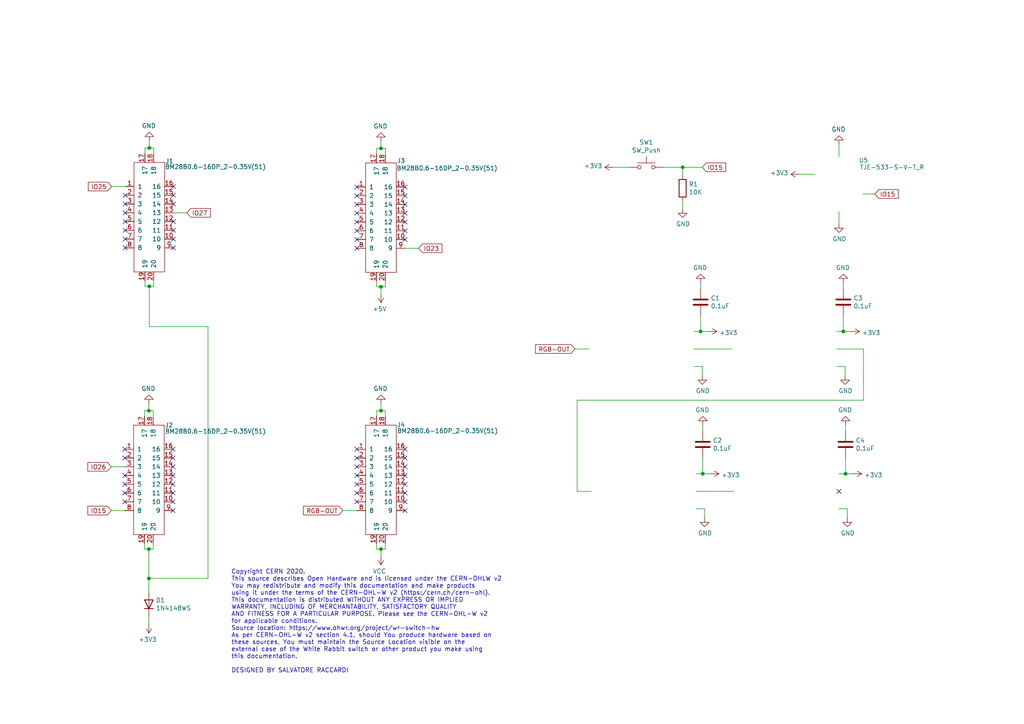
<source format=kicad_sch>
(kicad_sch (version 20211123) (generator eeschema)
  (paper "A4")
  (title_block (title "M1 BTN for OBJEX Link") (date "2021-05-17") (rev "1.5") (company "OBJEX") (comment 1 "Designer: Salvatore Raccardi"))
  (lib_symbols
    (symbol "Device:C" (pin_numbers hide) (pin_names (offset 0.254))
      (property "Reference" "C" (at 0.635 2.54 0))
      (property "Value" "C" (at 0.635 -2.54 0))
      (symbol "C_0_1"
        (polyline (pts (xy -2.032 -0.762) (xy 2.032 -0.762)) (stroke (width 0.508)))
        (polyline (pts (xy -2.032 0.762) (xy 2.032 0.762)) (stroke (width 0.508)))
      )
      (symbol "C_1_1"
        (pin passive line (at 0 3.81 270) (length 2.794) (name "~") (number "1"))
        (pin passive line (at 0 -3.81 90) (length 2.794) (name "~") (number "2"))
      )
    )
    (symbol "Device:D" (pin_numbers hide) (pin_names (offset 1.016) hide)
      (property "Reference" "D" (at 0 2.54 0))
      (property "Value" "D" (at 0 -2.54 0))
      (symbol "D_0_1"
        (polyline (pts (xy -1.27 1.27) (xy -1.27 -1.27)) (stroke (width 0.254)))
        (polyline (pts (xy 1.27 0) (xy -1.27 0)))
        (polyline (pts (xy 1.27 1.27) (xy 1.27 -1.27) (xy -1.27 0) (xy 1.27 1.27)) (stroke (width 0.254)))
      )
      (symbol "D_1_1"
        (pin passive line (at -3.81 0 0) (length 2.54) (name "K") (number "1"))
        (pin passive line (at 3.81 0 180) (length 2.54) (name "A") (number "2"))
      )
    )
    (symbol "Device:R" (pin_numbers hide) (pin_names (offset 0))
      (property "Reference" "R" (at 2.032 0 90))
      (property "Value" "R" (at 0 0 90))
      (symbol "R_0_1"
        (rectangle (start -1.016 -2.54) (end 1.016 2.54) (stroke (width 0.254)))
      )
      (symbol "R_1_1"
        (pin passive line (at 0 3.81 270) (length 1.27) (name "~") (number "1"))
        (pin passive line (at 0 -3.81 90) (length 1.27) (name "~") (number "2"))
      )
    )
    (symbol "HiroseConnectors:BM28B0.6-16DP_2-0.35V(51)" (pin_names (offset 1.016))
      (property "Reference" "J" (at 0 0 0))
      (property "Value" "HiroseConnectors_BM28B0.6-16DP_2-0.35V(51)" (at 0 0 0))
      (symbol "BM28B0.6-16DP_2-0.35V(51)_0_1"
        (rectangle (start -3.81 -12.7) (end 5.08 -44.45))
      )
      (symbol "BM28B0.6-16DP_2-0.35V(51)_1_1"
        (pin bidirectional line (at -6.35 -19.685 0) (length 2.54) (name "1") (number "1"))
        (pin bidirectional line (at 7.62 -34.925 180) (length 2.54) (name "10") (number "10"))
        (pin bidirectional line (at 7.62 -32.385 180) (length 2.54) (name "11") (number "11"))
        (pin bidirectional line (at 7.62 -29.845 180) (length 2.54) (name "12") (number "12"))
        (pin bidirectional line (at 7.62 -27.305 180) (length 2.54) (name "13") (number "13"))
        (pin bidirectional line (at 7.62 -24.765 180) (length 2.54) (name "14") (number "14"))
        (pin bidirectional line (at 7.62 -22.225 180) (length 2.54) (name "15") (number "15"))
        (pin bidirectional line (at 7.62 -19.685 180) (length 2.54) (name "16") (number "16"))
        (pin bidirectional line (at -0.635 -10.16 270) (length 2.54) (name "17") (number "17"))
        (pin bidirectional line (at 1.905 -10.16 270) (length 2.54) (name "18") (number "18"))
        (pin bidirectional line (at -0.635 -46.99 90) (length 2.54) (name "19") (number "19"))
        (pin bidirectional line (at -6.35 -22.225 0) (length 2.54) (name "2") (number "2"))
        (pin bidirectional line (at 1.905 -46.99 90) (length 2.54) (name "20") (number "20"))
        (pin bidirectional line (at -6.35 -24.765 0) (length 2.54) (name "3") (number "3"))
        (pin bidirectional line (at -6.35 -27.305 0) (length 2.54) (name "4") (number "4"))
        (pin bidirectional line (at -6.35 -29.845 0) (length 2.54) (name "5") (number "5"))
        (pin bidirectional line (at -6.35 -32.385 0) (length 2.54) (name "6") (number "6"))
        (pin bidirectional line (at -6.35 -34.925 0) (length 2.54) (name "7") (number "7"))
        (pin bidirectional line (at -6.35 -37.465 0) (length 2.54) (name "8") (number "8"))
        (pin bidirectional line (at 7.62 -37.465 180) (length 2.54) (name "9") (number "9"))
      )
    )
    (symbol "Switch:SW_Push" (pin_numbers hide) (pin_names (offset 1.016) hide)
      (property "Reference" "SW" (at 1.27 2.54 0))
      (property "Value" "SW_Push" (at 0 -1.524 0))
      (symbol "SW_Push_0_1"
        (circle (center -2.032 0) (radius 0.508))
        (polyline (pts (xy 0 1.27) (xy 0 3.048)))
        (polyline (pts (xy 2.54 1.27) (xy -2.54 1.27)))
        (circle (center 2.032 0) (radius 0.508))
        (pin passive line (at -5.08 0 0) (length 2.54) (name "1") (number "1"))
        (pin passive line (at 5.08 0 180) (length 2.54) (name "2") (number "2"))
      )
    )
    (symbol "power:+3V3" (power) (pin_names (offset 0))
      (property "Value" "+3V3" (at 0 3.556 0))
      (symbol "+3V3_0_1"
        (polyline (pts (xy -0.762 1.27) (xy 0 2.54)))
        (polyline (pts (xy 0 0) (xy 0 2.54)))
        (polyline (pts (xy 0 2.54) (xy 0.762 1.27)))
      )
      (symbol "+3V3_1_1"
        (pin power_in line (at 0 0 90) (length 0) hide (name "+3V3") (number "1"))
      )
    )
    (symbol "power:+5V" (power) (pin_names (offset 0))
      (property "Value" "+5V" (at 0 3.556 0))
      (symbol "+5V_0_1"
        (polyline (pts (xy -0.762 1.27) (xy 0 2.54)))
        (polyline (pts (xy 0 0) (xy 0 2.54)))
        (polyline (pts (xy 0 2.54) (xy 0.762 1.27)))
      )
      (symbol "+5V_1_1"
        (pin power_in line (at 0 0 90) (length 0) hide (name "+5V") (number "1"))
      )
    )
    (symbol "power:GND" (power) (pin_names (offset 0))
      (property "Value" "GND" (at 0 -3.81 0))
      (symbol "GND_0_1"
        (polyline (pts (xy 0 0) (xy 0 -1.27) (xy 1.27 -1.27) (xy 0 -2.54) (xy -1.27 -1.27) (xy 0 -1.27)))
      )
      (symbol "GND_1_1"
        (pin power_in line (at 0 0 270) (length 0) hide (name "GND") (number "1"))
      )
    )
    (symbol "power:VCC" (power) (pin_names (offset 0))
      (property "Value" "VCC" (at 0 3.81 0))
      (symbol "VCC_0_1"
        (polyline (pts (xy -0.762 1.27) (xy 0 2.54)))
        (polyline (pts (xy 0 0) (xy 0 2.54)))
        (polyline (pts (xy 0 2.54) (xy 0.762 1.27)))
      )
      (symbol "VCC_1_1"
        (pin power_in line (at 0 0 90) (length 0) hide (name "VCC") (number "1"))
      )
    )
  )
  (junction (at 43.307 42.926))
  (junction (at 110.49 119.126))
  (junction (at 43.18 159.258))
  (junction (at 203.835 137.414))
  (junction (at 110.49 159.258))
  (junction (at 43.307 83.058))
  (junction (at 203.2 96.139))
  (junction (at 110.49 83.185))
  (junction (at 197.993 48.514))
  (junction (at 43.18 167.767))
  (junction (at 43.18 119.126))
  (junction (at 244.602 96.139))
  (junction (at 110.49 43.053))
  (junction (at 245.237 137.414))
  (no_connect (at 36.322 66.802))
  (no_connect (at 117.475 135.382))
  (no_connect (at 36.322 56.642))
  (no_connect (at 103.505 135.382))
  (no_connect (at 117.475 61.849))
  (no_connect (at 117.475 137.922))
  (no_connect (at 103.505 143.002))
  (no_connect (at 50.292 71.882))
  (no_connect (at 103.505 132.842))
  (no_connect (at 36.322 69.342))
  (no_connect (at 36.195 130.302))
  (no_connect (at 117.475 59.309))
  (no_connect (at 36.195 140.462))
  (no_connect (at 103.505 137.922))
  (no_connect (at 117.475 143.002))
  (no_connect (at 103.505 130.302))
  (no_connect (at 117.475 56.769))
  (no_connect (at 50.165 135.382))
  (no_connect (at 50.292 59.182))
  (no_connect (at 36.195 143.002))
  (no_connect (at 117.475 64.389))
  (no_connect (at 103.505 66.929))
  (no_connect (at 36.195 145.542))
  (no_connect (at 36.322 61.722))
  (no_connect (at 50.165 145.542))
  (no_connect (at 103.505 59.309))
  (no_connect (at 117.475 145.542))
  (no_connect (at 50.292 56.642))
  (no_connect (at 50.292 54.102))
  (no_connect (at 117.475 66.929))
  (no_connect (at 36.195 132.842))
  (no_connect (at 103.505 64.389))
  (no_connect (at 50.165 140.462))
  (no_connect (at 50.165 143.002))
  (no_connect (at 36.195 137.922))
  (no_connect (at 243.332 142.494))
  (no_connect (at 103.505 72.009))
  (no_connect (at 117.475 54.229))
  (no_connect (at 103.505 69.469))
  (no_connect (at 103.505 140.462))
  (no_connect (at 103.505 145.542))
  (no_connect (at 103.505 54.229))
  (no_connect (at 36.322 64.262))
  (no_connect (at 103.505 61.849))
  (no_connect (at 50.165 148.082))
  (no_connect (at 36.322 59.182))
  (no_connect (at 50.165 130.302))
  (no_connect (at 117.475 69.469))
  (no_connect (at 117.475 130.302))
  (no_connect (at 117.475 148.082))
  (no_connect (at 50.165 132.842))
  (no_connect (at 103.505 56.769))
  (no_connect (at 117.475 132.842))
  (no_connect (at 117.475 140.462))
  (no_connect (at 50.292 64.262))
  (no_connect (at 50.165 137.922))
  (no_connect (at 50.292 66.802))
  (no_connect (at 36.322 71.882))
  (no_connect (at 50.292 69.342))
  (wire (pts (xy 245.11 106.299) (xy 245.11 108.966)))
  (wire (pts (xy 60.325 94.742) (xy 60.325 167.767)))
  (wire (pts (xy 44.577 42.926) (xy 44.577 44.577)))
  (wire (pts (xy 242.697 101.219) (xy 250.444 101.219)))
  (wire (pts (xy 201.93 147.574) (xy 204.343 147.574)))
  (wire (pts (xy 203.2 96.139) (xy 203.2 91.44)))
  (wire (pts (xy 44.45 157.607) (xy 44.45 159.258)))
  (wire (pts (xy 44.577 83.058) (xy 43.307 83.058)))
  (wire (pts (xy 121.412 72.009) (xy 117.475 72.009)))
  (wire (pts (xy 43.307 42.926) (xy 43.307 40.894)))
  (wire (pts (xy 242.697 96.139) (xy 244.602 96.139)))
  (wire (pts (xy 36.195 135.382) (xy 32.258 135.382)))
  (wire (pts (xy 167.386 116.078) (xy 167.386 142.494)))
  (wire (pts (xy 111.76 119.126) (xy 111.76 120.777)))
  (wire (pts (xy 245.745 147.574) (xy 245.745 150.241)))
  (wire (pts (xy 109.22 120.777) (xy 109.22 119.126)))
  (wire (pts (xy 245.237 125.095) (xy 245.237 123.317)))
  (wire (pts (xy 243.332 147.574) (xy 245.745 147.574)))
  (wire (pts (xy 201.295 106.299) (xy 203.708 106.299)))
  (wire (pts (xy 43.18 119.126) (xy 44.45 119.126)))
  (wire (pts (xy 242.697 106.299) (xy 245.11 106.299)))
  (wire (pts (xy 109.22 159.258) (xy 109.22 157.607)))
  (wire (pts (xy 42.037 42.926) (xy 43.307 42.926)))
  (wire (pts (xy 192.532 48.514) (xy 197.993 48.514)))
  (wire (pts (xy 43.307 83.058) (xy 43.307 94.742)))
  (wire (pts (xy 43.18 119.126) (xy 43.18 117.094)))
  (wire (pts (xy 203.835 125.095) (xy 203.835 123.317)))
  (wire (pts (xy 43.18 159.258) (xy 43.18 167.767)))
  (wire (pts (xy 110.49 43.053) (xy 111.76 43.053)))
  (wire (pts (xy 109.22 119.126) (xy 110.49 119.126)))
  (wire (pts (xy 170.815 101.219) (xy 166.751 101.219)))
  (wire (pts (xy 111.76 83.185) (xy 110.49 83.185)))
  (wire (pts (xy 201.295 101.219) (xy 212.217 101.219)))
  (wire (pts (xy 109.22 43.053) (xy 110.49 43.053)))
  (wire (pts (xy 110.49 83.185) (xy 109.22 83.185)))
  (wire (pts (xy 203.2 83.82) (xy 203.2 82.042)))
  (wire (pts (xy 111.76 157.607) (xy 111.76 159.258)))
  (wire (pts (xy 109.22 44.704) (xy 109.22 43.053)))
  (wire (pts (xy 203.835 137.414) (xy 205.994 137.414)))
  (wire (pts (xy 60.325 167.767) (xy 43.18 167.767)))
  (wire (pts (xy 243.332 61.341) (xy 243.332 64.897)))
  (wire (pts (xy 245.237 137.414) (xy 245.237 132.715)))
  (wire (pts (xy 201.93 137.414) (xy 203.835 137.414)))
  (wire (pts (xy 41.91 159.258) (xy 41.91 157.607)))
  (wire (pts (xy 103.505 148.082) (xy 99.441 148.082)))
  (wire (pts (xy 42.037 44.577) (xy 42.037 42.926)))
  (wire (pts (xy 171.45 142.494) (xy 167.386 142.494)))
  (wire (pts (xy 44.577 81.407) (xy 44.577 83.058)))
  (wire (pts (xy 204.343 147.574) (xy 204.343 150.241)))
  (wire (pts (xy 250.317 56.261) (xy 253.746 56.261)))
  (wire (pts (xy 42.037 83.058) (xy 42.037 81.407)))
  (wire (pts (xy 244.602 96.139) (xy 246.761 96.139)))
  (wire (pts (xy 36.322 54.102) (xy 32.385 54.102)))
  (wire (pts (xy 43.307 94.742) (xy 60.325 94.742)))
  (wire (pts (xy 111.76 43.053) (xy 111.76 44.704)))
  (wire (pts (xy 41.91 119.126) (xy 43.18 119.126)))
  (wire (pts (xy 44.45 119.126) (xy 44.45 120.777)))
  (wire (pts (xy 110.49 119.126) (xy 110.49 117.094)))
  (wire (pts (xy 197.993 48.514) (xy 197.993 50.8)))
  (wire (pts (xy 43.18 179.07) (xy 43.18 181.102)))
  (wire (pts (xy 110.49 119.126) (xy 111.76 119.126)))
  (wire (pts (xy 203.835 137.414) (xy 203.835 132.715)))
  (wire (pts (xy 201.93 142.494) (xy 212.852 142.494)))
  (wire (pts (xy 243.332 45.466) (xy 243.332 41.91)))
  (wire (pts (xy 243.332 137.414) (xy 245.237 137.414)))
  (wire (pts (xy 44.45 159.258) (xy 43.18 159.258)))
  (wire (pts (xy 244.602 96.139) (xy 244.602 91.44)))
  (wire (pts (xy 250.444 116.078) (xy 167.386 116.078)))
  (wire (pts (xy 250.444 101.219) (xy 250.444 116.078)))
  (wire (pts (xy 110.49 43.053) (xy 110.49 41.021)))
  (wire (pts (xy 236.347 50.546) (xy 231.902 50.546)))
  (wire (pts (xy 244.602 83.82) (xy 244.602 82.042)))
  (wire (pts (xy 245.237 137.414) (xy 247.396 137.414)))
  (wire (pts (xy 203.2 96.139) (xy 205.359 96.139)))
  (wire (pts (xy 201.295 96.139) (xy 203.2 96.139)))
  (wire (pts (xy 41.91 120.777) (xy 41.91 119.126)))
  (wire (pts (xy 36.195 148.082) (xy 32.258 148.082)))
  (wire (pts (xy 182.372 48.514) (xy 177.927 48.514)))
  (wire (pts (xy 43.18 159.258) (xy 41.91 159.258)))
  (wire (pts (xy 43.307 42.926) (xy 44.577 42.926)))
  (wire (pts (xy 110.49 83.185) (xy 110.49 85.217)))
  (wire (pts (xy 111.76 159.258) (xy 110.49 159.258)))
  (wire (pts (xy 109.22 83.185) (xy 109.22 81.534)))
  (wire (pts (xy 43.307 83.058) (xy 42.037 83.058)))
  (wire (pts (xy 110.49 159.258) (xy 109.22 159.258)))
  (wire (pts (xy 203.708 106.299) (xy 203.708 108.966)))
  (wire (pts (xy 43.18 167.767) (xy 43.18 171.45)))
  (wire (pts (xy 110.49 159.258) (xy 110.49 161.29)))
  (wire (pts (xy 111.76 81.534) (xy 111.76 83.185)))
  (wire (pts (xy 197.993 58.42) (xy 197.993 60.579)))
  (wire (pts (xy 197.993 48.514) (xy 203.708 48.514)))
  (wire (pts (xy 54.229 61.722) (xy 50.292 61.722)))
  (text "Copyright CERN 2020.\nThis source describes Open Hardware and is licensed under the CERN-OHLW v2\nYou may redistribute and modify this documentation and make products\nusing it under the terms of the CERN-OHL-W v2 (https:/cern.ch/cern-ohl).\nThis documentation is distributed WITHOUT ANY EXPRESS OR IMPLIED\nWARRANTY, INCLUDING OF MERCHANTABILITY, SATISFACTORY QUALITY\nAND FITNESS FOR A PARTICULAR PURPOSE. Please see the CERN-OHL-W v2\nfor applicable conditions.\nSource location: https://www.ohwr.org/project/wr-switch-hw\nAs per CERN-OHL-W v2 section 4.1, should You produce hardware based on\nthese sources, You must maintain the Source Location visible on the\nexternal case of the White Rabbit switch or other product you make using\nthis documentation.\n\nDESIGNED BY SALVATORE RACCARDI" (at 67.056 195.326 0) (effects (font (size 1.27 1.27)) (justify left bottom)))
  (global_label "IO15" (shape input) (at 32.258 148.082 180) (property "Intersheet References" "${INTERSHEET_REFS}" (effects hide)))
  (global_label "IO27" (shape input) (at 54.229 61.722 0) (property "Intersheet References" "${INTERSHEET_REFS}" (effects hide)))
  (global_label "IO25" (shape input) (at 32.385 54.102 180) (property "Intersheet References" "${INTERSHEET_REFS}" (effects hide)))
  (global_label "IO15" (shape input) (at 203.708 48.514 0) (property "Intersheet References" "${INTERSHEET_REFS}" (effects hide)))
  (global_label "IO26" (shape input) (at 32.258 135.382 180) (property "Intersheet References" "${INTERSHEET_REFS}" (effects hide)))
  (global_label "RGB-OUT" (shape input) (at 166.751 101.219 180) (property "Intersheet References" "${INTERSHEET_REFS}" (effects hide)))
  (global_label "IO23" (shape input) (at 121.412 72.009 0) (property "Intersheet References" "${INTERSHEET_REFS}" (effects hide)))
  (global_label "IO15" (shape input) (at 253.746 56.261 0) (property "Intersheet References" "${INTERSHEET_REFS}" (effects hide)))
  (global_label "RGB-OUT" (shape input) (at 99.441 148.082 180) (property "Intersheet References" "${INTERSHEET_REFS}" (effects hide)))
  (symbol (lib_id "HiroseConnectors:BM28B0.6-16DP_2-0.35V(51)") (at 42.672 34.417 0) (unit 1)
    (property "Reference" "J1" (at 49.149 46.736 0))
    (property "Value" "BM28B0.6-16DP_2-0.35V(51)" (at 62.484 48.387 0))
    (property "Footprint" "Connector_Hirose:BM28B0.6-16DP-2-0.35V(51)" (effects hide))
  )
  (symbol (lib_id "HiroseConnectors:BM28B0.6-16DP_2-0.35V(51)") (at 109.855 34.544 0) (unit 1)
    (property "Reference" "J3" (at 116.332 46.609 0))
    (property "Value" "BM28B0.6-16DP_2-0.35V(51)" (at 129.667 48.768 0))
    (property "Footprint" "Connector_Hirose:BM28B0.6-16DP-2-0.35V(51)" (effects hide))
  )
  (symbol (lib_id "HiroseConnectors:BM28B0.6-16DP_2-0.35V(51)") (at 42.545 110.617 0) (unit 1)
    (property "Reference" "J2" (at 49.022 123.317 0))
    (property "Value" "BM28B0.6-16DP_2-0.35V(51)" (at 62.484 125.095 0))
    (property "Footprint" "Connector_Hirose:BM28B0.6-16DP-2-0.35V(51)" (effects hide))
  )
  (symbol (lib_id "HiroseConnectors:BM28B0.6-16DP_2-0.35V(51)") (at 109.855 110.617 0) (unit 1)
    (property "Reference" "J4" (at 116.332 123.19 0))
    (property "Value" "BM28B0.6-16DP_2-0.35V(51)" (at 129.794 124.968 0))
    (property "Footprint" "Connector_Hirose:BM28B0.6-16DP-2-0.35V(51)" (effects hide))
  )
  (symbol (lib_id "power:GND") (at 43.307 40.894 180) (unit 1)
    (property "Reference" "#PWR0101" (effects hide))
    (property "Value" "GND" (at 43.18 36.4998 0))
  )
  (symbol (lib_id "power:GND") (at 43.18 117.094 180) (unit 1)
    (property "Reference" "#PWR0103" (effects hide))
    (property "Value" "GND" (at 43.053 112.6998 0))
  )
  (symbol (lib_id "power:+3V3") (at 43.18 181.102 180) (unit 1)
    (property "Reference" "#PWR0104" (effects hide))
    (property "Value" "+3V3" (at 42.799 185.4962 0))
  )
  (symbol (lib_id "power:GND") (at 110.49 117.094 180) (unit 1)
    (property "Reference" "#PWR0105" (effects hide))
    (property "Value" "GND" (at 110.363 112.6998 0))
  )
  (symbol (lib_id "power:GND") (at 110.49 41.021 180) (unit 1)
    (property "Reference" "#PWR0106" (effects hide))
    (property "Value" "GND" (at 110.363 36.6268 0))
  )
  (symbol (lib_id "power:+5V") (at 110.49 85.217 180) (unit 1)
    (property "Reference" "#PWR0107" (effects hide))
    (property "Value" "+5V" (at 110.109 89.6112 0))
  )
  (symbol (lib_id "Switch:SW_Push") (at 187.452 48.514 0) (unit 1)
    (property "Reference" "SW1" (at 187.452 41.275 0))
    (property "Value" "SW_Push" (at 187.452 43.5864 0))
    (property "Footprint" "Button_Switch_SMD:SW_Push_1P1T_NO_CK_PTS125Sx43PSMTR" (effects hide))
  )
  (symbol (lib_id "power:+3V3") (at 177.927 48.514 90) (unit 1)
    (property "Reference" "#PWR0109" (effects hide))
    (property "Value" "+3V3" (at 174.6758 48.133 90) (effects (justify left)))
  )
  (symbol (lib_id "power:GND") (at 197.993 60.579 0) (unit 1)
    (property "Reference" "#PWR0110" (effects hide))
    (property "Value" "GND" (at 198.12 64.9732 0))
  )
  (symbol (lib_id "Device:R") (at 197.993 54.61 0) (unit 1)
    (property "Reference" "R1" (at 199.771 53.4416 0) (effects (justify left)))
    (property "Value" "10K" (at 199.771 55.753 0) (effects (justify left)))
    (property "Footprint" "Resistor_SMD:R_0402_1005Metric" (effects hide))
  )
  (symbol (lib_id "Switch:TJE-533-S-V-T_R") (at 243.332 41.656 0) (unit 1)
    (property "Reference" "U5" (at 250.444 46.482 0))
    (property "Value" "TJE-533-S-V-T_R" (at 258.699 48.514 0))
    (property "Footprint" "Button_Switch_SMD:TJE-533" (effects hide))
  )
  (symbol (lib_id "power:GND") (at 243.332 64.897 0) (unit 1)
    (property "Reference" "#PWR0102" (effects hide))
    (property "Value" "GND" (at 243.459 69.2912 0))
  )
  (symbol (lib_id "power:GND") (at 243.332 41.91 180) (unit 1)
    (property "Reference" "#PWR0108" (effects hide))
    (property "Value" "GND" (at 243.205 37.5158 0))
  )
  (symbol (lib_id "power:+3V3") (at 231.902 50.546 90) (unit 1)
    (property "Reference" "#PWR0111" (effects hide))
    (property "Value" "+3V3" (at 228.6508 50.165 90) (effects (justify left)))
  )
  (symbol (lib_id "WS2812-2020:WS2812-2020") (at 186.055 101.219 0) (unit 1)
    (property "Reference" "U1" (at 186.055 89.281 0))
    (property "Value" "WS2812-2020" (at 186.055 91.5924 0))
    (property "Footprint" "KicadLibrary:LED_WS2812-2020" (effects hide))
    (property "MANUFACTURER" "Worldsemi" (effects hide))
    (property "STANDARD" "Manufacturer Recommendations" (effects hide))
  )
  (symbol (lib_id "WS2812-2020:WS2812-2020") (at 227.457 101.219 0) (unit 1)
    (property "Reference" "U3" (at 227.457 89.281 0))
    (property "Value" "WS2812-2020" (at 227.457 91.5924 0))
    (property "Footprint" "KicadLibrary:LED_WS2812-2020" (effects hide))
    (property "MANUFACTURER" "Worldsemi" (effects hide))
    (property "STANDARD" "Manufacturer Recommendations" (effects hide))
  )
  (symbol (lib_id "power:GND") (at 203.708 108.966 0) (unit 1)
    (property "Reference" "#PWR0112" (effects hide))
    (property "Value" "GND" (at 203.835 113.3602 0))
  )
  (symbol (lib_id "power:GND") (at 245.11 108.966 0) (unit 1)
    (property "Reference" "#PWR0113" (effects hide))
    (property "Value" "GND" (at 245.237 113.3602 0))
  )
  (symbol (lib_id "Device:C") (at 203.2 87.63 0) (unit 1)
    (property "Reference" "C1" (at 206.121 86.4616 0) (effects (justify left)))
    (property "Value" "0.1uF" (at 206.121 88.773 0) (effects (justify left)))
    (property "Footprint" "Capacitor_SMD:C_0402_1005Metric" (effects hide))
  )
  (symbol (lib_id "power:GND") (at 203.2 82.042 180) (unit 1)
    (property "Reference" "#PWR0114" (effects hide))
    (property "Value" "GND" (at 203.073 77.6478 0))
  )
  (symbol (lib_id "power:+3V3") (at 205.359 96.139 270) (unit 1)
    (property "Reference" "#PWR0115" (effects hide))
    (property "Value" "+3V3" (at 208.6102 96.52 90) (effects (justify left)))
  )
  (symbol (lib_id "Device:C") (at 244.602 87.63 0) (unit 1)
    (property "Reference" "C3" (at 247.523 86.4616 0) (effects (justify left)))
    (property "Value" "0.1uF" (at 247.523 88.773 0) (effects (justify left)))
    (property "Footprint" "Capacitor_SMD:C_0402_1005Metric" (effects hide))
  )
  (symbol (lib_id "power:GND") (at 244.602 82.042 180) (unit 1)
    (property "Reference" "#PWR0116" (effects hide))
    (property "Value" "GND" (at 244.475 77.6478 0))
  )
  (symbol (lib_id "power:+3V3") (at 246.761 96.139 270) (unit 1)
    (property "Reference" "#PWR0117" (effects hide))
    (property "Value" "+3V3" (at 250.0122 96.52 90) (effects (justify left)))
  )
  (symbol (lib_id "WS2812-2020:WS2812-2020") (at 186.69 142.494 0) (unit 1)
    (property "Reference" "U2" (at 186.69 130.556 0))
    (property "Value" "WS2812-2020" (at 186.69 132.8674 0))
    (property "Footprint" "KicadLibrary:LED_WS2812-2020" (effects hide))
    (property "MANUFACTURER" "Worldsemi" (effects hide))
    (property "STANDARD" "Manufacturer Recommendations" (effects hide))
  )
  (symbol (lib_id "WS2812-2020:WS2812-2020") (at 228.092 142.494 0) (unit 1)
    (property "Reference" "U4" (at 228.092 130.556 0))
    (property "Value" "WS2812-2020" (at 228.092 132.8674 0))
    (property "Footprint" "KicadLibrary:LED_WS2812-2020" (effects hide))
    (property "MANUFACTURER" "Worldsemi" (effects hide))
    (property "STANDARD" "Manufacturer Recommendations" (effects hide))
  )
  (symbol (lib_id "power:GND") (at 204.343 150.241 0) (unit 1)
    (property "Reference" "#PWR0118" (effects hide))
    (property "Value" "GND" (at 204.47 154.6352 0))
  )
  (symbol (lib_id "power:GND") (at 245.745 150.241 0) (unit 1)
    (property "Reference" "#PWR0119" (effects hide))
    (property "Value" "GND" (at 245.872 154.6352 0))
  )
  (symbol (lib_id "Device:C") (at 203.835 128.905 0) (unit 1)
    (property "Reference" "C2" (at 206.756 127.7366 0) (effects (justify left)))
    (property "Value" "0.1uF" (at 206.756 130.048 0) (effects (justify left)))
    (property "Footprint" "Capacitor_SMD:C_0402_1005Metric" (effects hide))
  )
  (symbol (lib_id "power:GND") (at 203.835 123.317 180) (unit 1)
    (property "Reference" "#PWR0120" (effects hide))
    (property "Value" "GND" (at 203.708 118.9228 0))
  )
  (symbol (lib_id "power:+3V3") (at 205.994 137.414 270) (unit 1)
    (property "Reference" "#PWR0121" (effects hide))
    (property "Value" "+3V3" (at 209.2452 137.795 90) (effects (justify left)))
  )
  (symbol (lib_id "Device:C") (at 245.237 128.905 0) (unit 1)
    (property "Reference" "C4" (at 248.158 127.7366 0) (effects (justify left)))
    (property "Value" "0.1uF" (at 248.158 130.048 0) (effects (justify left)))
    (property "Footprint" "Capacitor_SMD:C_0402_1005Metric" (effects hide))
  )
  (symbol (lib_id "power:GND") (at 245.237 123.317 180) (unit 1)
    (property "Reference" "#PWR0122" (effects hide))
    (property "Value" "GND" (at 245.11 118.9228 0))
  )
  (symbol (lib_id "power:+3V3") (at 247.396 137.414 270) (unit 1)
    (property "Reference" "#PWR0123" (effects hide))
    (property "Value" "+3V3" (at 250.6472 137.795 90) (effects (justify left)))
  )
  (symbol (lib_id "power:VCC") (at 110.49 161.29 180) (unit 1)
    (property "Reference" "#PWR0124" (effects hide))
    (property "Value" "VCC" (at 110.0328 165.6842 0))
  )
  (symbol (lib_id "Device:D") (at 43.18 175.26 90) (unit 1)
    (property "Reference" "D1" (at 45.1866 174.0916 90) (effects (justify right)))
    (property "Value" "1N4148WS" (at 45.1866 176.403 90) (effects (justify right)))
    (property "Footprint" "Diode_SMD:D_SOD-323" (effects hide))
  )
)
</source>
